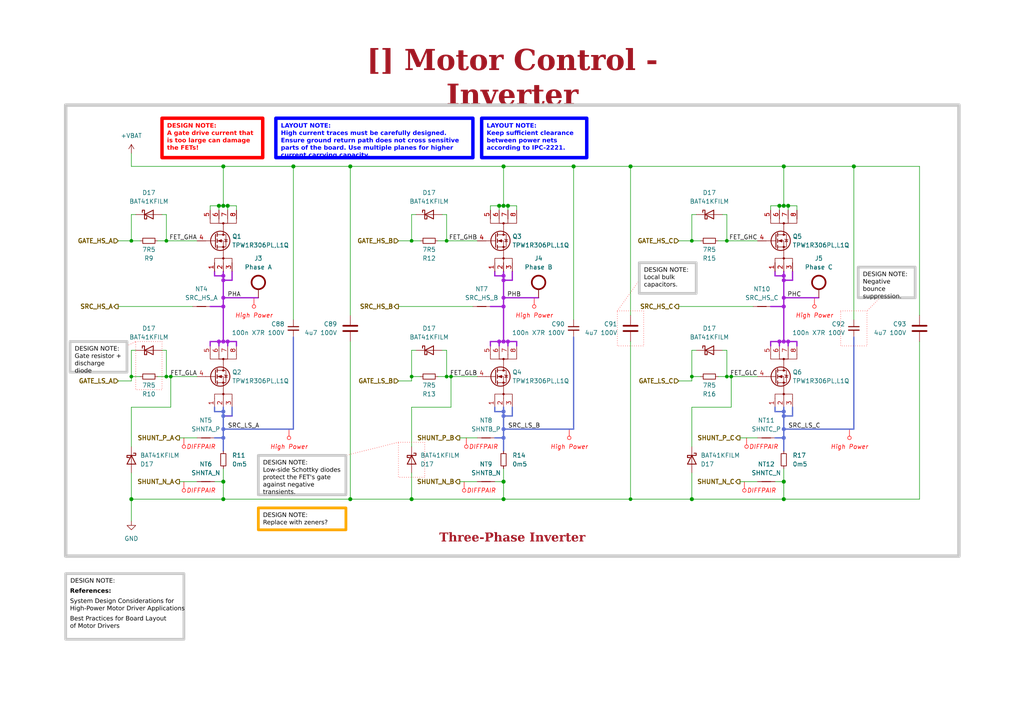
<source format=kicad_sch>
(kicad_sch (version 20230121) (generator eeschema)
  (paper "A4")
  (title_block (title "Motor Control - Inverter") (date "2023-10-18") (rev "${REVISION}") (company "${COMPANY}") (comment 3 "Author: ${AUTHOR}"))
  (lib_symbols
    (symbol "0_connectors:Solder Pad" (pin_numbers hide) (pin_names (offset 0.762) hide)
      (property "Reference" "J" (at 0 10.795 0))
      (property "Value" "Solder Pad" (at 0 8.255 0))
      (symbol "Solder Pad_1_1"
        (circle (center 0 4.445) (radius 1.9716) (stroke (width 0.5)))
        (pin passive line (at 0 0 90) (length 2.54) (name "1") (number "1"))
      )
    )
    (symbol "0_power_symbols:+VBAT" (power) (pin_names (offset 0))
      (property "Value" "+VBAT" (at 0 3.556 0))
      (symbol "+VBAT_0_1"
        (polyline (pts (xy -0.762 1.27) (xy 0 2.54)))
        (polyline (pts (xy 0 0) (xy 0 2.54)))
        (polyline (pts (xy 0 2.54) (xy 0.762 1.27)))
      )
      (symbol "+VBAT_1_1"
        (pin power_in line (at 0 0 90) (length 0) hide (name "+VBAT") (number "1"))
      )
    )
    (symbol "0_transistor_fet:TPW1R306PL,L1Q" (pin_names hide)
      (property "Reference" "Q" (at 5.08 1.905 0))
      (property "Value" "TPW1R306PL,L1Q" (at 5.08 0 0))
      (symbol "TPW1R306PL,L1Q_0_1"
        (polyline (pts (xy 0.254 0) (xy -2.54 0)))
        (polyline (pts (xy 0.254 1.905) (xy 0.254 -1.905)) (stroke (width 0.254)))
        (polyline (pts (xy 0.762 -1.27) (xy 0.762 -2.286)) (stroke (width 0.254)))
        (polyline (pts (xy 0.762 0.508) (xy 0.762 -0.508)) (stroke (width 0.254)))
        (polyline (pts (xy 0.762 2.286) (xy 0.762 1.27)) (stroke (width 0.254)))
        (polyline (pts (xy 2.54 -6.35) (xy 2.54 -2.54)))
        (polyline (pts (xy 2.54 2.54) (xy 2.54 1.778)))
        (polyline (pts (xy 2.54 2.54) (xy 2.54 5.08)))
        (polyline (pts (xy 2.54 -2.54) (xy 2.54 0) (xy 0.762 0)))
        (polyline (pts (xy -1.27 6.35) (xy -1.27 5.08) (xy 3.81 5.08) (xy 3.81 6.35)))
        (polyline (pts (xy 0.762 -1.778) (xy 3.302 -1.778) (xy 3.302 1.778) (xy 0.762 1.778)))
        (polyline (pts (xy 1.016 0) (xy 2.032 0.381) (xy 2.032 -0.381) (xy 1.016 0)) (fill (type outline)))
        (polyline (pts (xy 1.27 6.35) (xy 1.27 5.08) (xy 6.35 5.08) (xy 6.35 6.35)))
        (polyline (pts (xy 2.794 0.508) (xy 2.921 0.381) (xy 3.683 0.381) (xy 3.81 0.254)))
        (polyline (pts (xy 3.302 0.381) (xy 2.921 -0.254) (xy 3.683 -0.254) (xy 3.302 0.381)))
        (polyline (pts (xy 5.08 -6.35) (xy 5.08 -5.08) (xy 0 -5.08) (xy 0 -6.35)))
        (circle (center 1.651 0) (radius 2.794) (stroke (width 0.254)))
        (circle (center 2.54 -5.08) (radius 0.254) (fill (type outline)))
        (circle (center 2.54 -1.778) (radius 0.254) (fill (type outline)))
        (circle (center 2.54 1.778) (radius 0.254) (fill (type outline)))
        (circle (center 2.54 5.08) (radius 0.254) (fill (type outline)))
      )
      (symbol "TPW1R306PL,L1Q_1_1"
        (pin passive line (at 0 -8.89 90) (length 2.54) (name "S") (number "1"))
        (pin passive line (at 2.54 -8.89 90) (length 2.54) (name "S") (number "2"))
        (pin passive line (at 5.08 -8.89 90) (length 2.54) (name "S") (number "3"))
        (pin input line (at -5.08 0 0) (length 2.54) (name "G") (number "4"))
        (pin passive line (at -1.27 8.89 270) (length 2.54) (name "D") (number "5"))
        (pin passive line (at 1.27 8.89 270) (length 2.54) (name "D") (number "6"))
        (pin passive line (at 3.81 8.89 270) (length 2.54) (name "D") (number "7"))
        (pin passive line (at 6.35 8.89 270) (length 2.54) (name "D") (number "8"))
      )
    )
    (symbol "BAT41KFILM_1" (pin_numbers hide) (pin_names (offset 1.016) hide)
      (property "Reference" "D" (at 0 2.54 0))
      (property "Value" "BAT41KFILM" (at 0 -2.54 0))
      (symbol "BAT41KFILM_1_0_1"
        (polyline (pts (xy 1.27 0) (xy -1.27 0)))
        (polyline (pts (xy 1.27 1.27) (xy 1.27 -1.27) (xy -1.27 0) (xy 1.27 1.27)) (stroke (width 0.254)))
        (polyline (pts (xy -1.905 0.635) (xy -1.905 1.27) (xy -1.27 1.27) (xy -1.27 -1.27) (xy -0.635 -1.27) (xy -0.635 -0.635)) (stroke (width 0.254)))
      )
      (symbol "BAT41KFILM_1_1_1"
        (pin passive line (at -3.81 0 0) (length 2.54) (name "K") (number "1"))
        (pin passive line (at 3.81 0 180) (length 2.54) (name "A") (number "2"))
      )
    )
    (symbol "Device:C" (pin_numbers hide) (pin_names (offset 0.254))
      (property "Reference" "C" (at 0.635 2.54 0))
      (property "Value" "C" (at 0.635 -2.54 0))
      (symbol "C_0_1"
        (polyline (pts (xy -2.032 -0.762) (xy 2.032 -0.762)) (stroke (width 0.508)))
        (polyline (pts (xy -2.032 0.762) (xy 2.032 0.762)) (stroke (width 0.508)))
      )
      (symbol "C_1_1"
        (pin passive line (at 0 3.81 270) (length 2.794) (name "~") (number "1"))
        (pin passive line (at 0 -3.81 90) (length 2.794) (name "~") (number "2"))
      )
    )
    (symbol "Device:C_Small" (pin_numbers hide) (pin_names (offset 0.254) hide)
      (property "Reference" "C" (at 0.254 1.778 0))
      (property "Value" "C_Small" (at 0.254 -2.032 0))
      (symbol "C_Small_0_1"
        (polyline (pts (xy -1.524 -0.508) (xy 1.524 -0.508)) (stroke (width 0.3302)))
        (polyline (pts (xy -1.524 0.508) (xy 1.524 0.508)) (stroke (width 0.3048)))
      )
      (symbol "C_Small_1_1"
        (pin passive line (at 0 2.54 270) (length 2.032) (name "~") (number "1"))
        (pin passive line (at 0 -2.54 90) (length 2.032) (name "~") (number "2"))
      )
    )
    (symbol "Device:NetTie_2" (pin_numbers hide) (pin_names (offset 0) hide) (in_bom no)
      (property "Reference" "NT" (at 0 1.27 0))
      (property "Value" "NetTie_2" (at 0 -1.27 0))
      (symbol "NetTie_2_0_1"
        (polyline (pts (xy -1.27 0) (xy 1.27 0)) (stroke (width 0.254)))
      )
      (symbol "NetTie_2_1_1"
        (pin passive line (at -2.54 0 0) (length 2.54) (name "1") (number "1"))
        (pin passive line (at 2.54 0 180) (length 2.54) (name "2") (number "2"))
      )
    )
    (symbol "Device:R_Small" (pin_numbers hide) (pin_names (offset 0.254) hide)
      (property "Reference" "R" (at 0.762 0.508 0))
      (property "Value" "R_Small" (at 0.762 -1.016 0))
      (symbol "R_Small_0_1"
        (rectangle (start -0.762 1.778) (end 0.762 -1.778) (stroke (width 0.2032)))
      )
      (symbol "R_Small_1_1"
        (pin passive line (at 0 2.54 270) (length 0.762) (name "~") (number "1"))
        (pin passive line (at 0 -2.54 90) (length 0.762) (name "~") (number "2"))
      )
    )
    (symbol "power:GND" (power) (pin_names (offset 0))
      (property "Value" "GND" (at 0 -3.81 0))
      (symbol "GND_0_1"
        (polyline (pts (xy 0 0) (xy 0 -1.27) (xy 1.27 -1.27) (xy 0 -2.54) (xy -1.27 -1.27) (xy 0 -1.27)))
      )
      (symbol "GND_1_1"
        (pin power_in line (at 0 0 270) (length 0) hide (name "GND") (number "1"))
      )
    )
  )
  (junction (at 146.05 88.9) (diameter 1.016) (color 160 30 210 1))
  (junction (at 147.32 59.69) (diameter 1.016))
  (junction (at 129.54 109.22))
  (junction (at 227.33 124.46) (diameter 1.016) (color 90 110 210 1))
  (junction (at 119.38 109.22))
  (junction (at 182.88 144.78))
  (junction (at 227.33 127) (diameter 1.016) (color 90 110 210 1))
  (junction (at 119.38 144.78) (diameter 1.016))
  (junction (at 227.33 48.26) (diameter 1.016))
  (junction (at 228.6 99.06) (diameter 1.016) (color 160 30 210 1))
  (junction (at 182.88 48.26) (diameter 1.016))
  (junction (at 146.05 139.7) (diameter 1.016))
  (junction (at 146.05 86.36) (diameter 1.016) (color 160 30 210 1))
  (junction (at 146.05 59.69) (diameter 1.016))
  (junction (at 166.37 48.26) (diameter 1.016))
  (junction (at 146.05 119.38) (diameter 1.016) (color 90 110 210 1))
  (junction (at 212.09 109.22))
  (junction (at 66.04 59.69) (diameter 1.016))
  (junction (at 38.1 69.85))
  (junction (at 48.26 109.22))
  (junction (at 64.77 59.69) (diameter 1.016))
  (junction (at 48.26 69.85))
  (junction (at 247.65 48.26) (diameter 1.016))
  (junction (at 228.6 59.69) (diameter 1.016))
  (junction (at 227.33 139.7) (diameter 1.016))
  (junction (at 64.77 120.65) (diameter 1.016) (color 90 110 210 1))
  (junction (at 63.5 59.69) (diameter 1.016))
  (junction (at 85.09 48.26) (diameter 1.016))
  (junction (at 227.33 86.36) (diameter 1.016) (color 160 30 210 1))
  (junction (at 146.05 81.28) (diameter 1.016) (color 160 30 210 1))
  (junction (at 227.33 80.01) (diameter 1.016) (color 160 30 210 1))
  (junction (at 129.54 69.85))
  (junction (at 101.6 48.26) (diameter 1.016))
  (junction (at 210.82 69.85))
  (junction (at 210.82 109.22))
  (junction (at 63.5 99.06) (diameter 1.016) (color 160 30 210 1))
  (junction (at 200.66 144.78) (diameter 1.016))
  (junction (at 64.77 86.36) (diameter 1.016) (color 160 30 210 1))
  (junction (at 64.77 99.06) (diameter 1.016) (color 160 30 210 1))
  (junction (at 200.66 109.22))
  (junction (at 130.81 109.22))
  (junction (at 64.77 48.26) (diameter 1.016))
  (junction (at 38.1 109.22))
  (junction (at 227.33 99.06) (diameter 1.016) (color 160 30 210 1))
  (junction (at 64.77 88.9) (diameter 1.016) (color 160 30 210 1))
  (junction (at 64.77 139.7) (diameter 1.016))
  (junction (at 146.05 144.78) (diameter 1.016))
  (junction (at 146.05 120.65) (diameter 1.016) (color 90 110 210 1))
  (junction (at 64.77 124.46) (diameter 1.016) (color 90 110 210 1))
  (junction (at 64.77 144.78) (diameter 1.016))
  (junction (at 49.53 109.22))
  (junction (at 64.77 81.28) (diameter 1.016) (color 160 30 210 1))
  (junction (at 144.78 99.06) (diameter 1.016) (color 160 30 210 1))
  (junction (at 146.05 124.46) (diameter 1.016) (color 90 110 210 1))
  (junction (at 227.33 119.38) (diameter 1.016) (color 90 110 210 1))
  (junction (at 101.6 144.78) (diameter 1.016))
  (junction (at 146.05 48.26) (diameter 1.016))
  (junction (at 144.78 59.69) (diameter 1.016))
  (junction (at 119.38 69.85))
  (junction (at 64.77 127) (diameter 1.016) (color 90 110 210 1))
  (junction (at 227.33 120.65) (diameter 1.016) (color 90 110 210 1))
  (junction (at 227.33 81.28) (diameter 1.016) (color 160 30 210 1))
  (junction (at 146.05 80.01) (diameter 1.016) (color 160 30 210 1))
  (junction (at 64.77 80.01) (diameter 1.016) (color 160 30 210 1))
  (junction (at 227.33 144.78) (diameter 1.016))
  (junction (at 146.05 127) (diameter 1.016) (color 90 110 210 1))
  (junction (at 200.66 69.85))
  (junction (at 38.1 144.78) (diameter 1.016))
  (junction (at 227.33 88.9) (diameter 1.016) (color 160 30 210 1))
  (junction (at 226.06 99.06) (diameter 1.016) (color 160 30 210 1))
  (junction (at 64.77 119.38) (diameter 1.016) (color 90 110 210 1))
  (junction (at 147.32 99.06) (diameter 1.016) (color 160 30 210 1))
  (junction (at 146.05 99.06) (diameter 1.016) (color 160 30 210 1))
  (junction (at 66.04 99.06) (diameter 1.016) (color 160 30 210 1))
  (junction (at 227.33 59.69) (diameter 1.016))
  (junction (at 226.06 59.69) (diameter 1.016))
  (wire (pts (xy 67.31 120.65) (xy 64.77 120.65)) (stroke (width 0.381) (color 100 70 210 1)))
  (wire (pts (xy 68.58 99.06) (xy 66.04 99.06)) (stroke (width 0.381) (color 160 30 210 1)))
  (wire (pts (xy 144.78 59.69) (xy 146.05 59.69)))
  (wire (pts (xy 227.33 119.38) (xy 227.33 120.65)) (stroke (width 0.381) (color 90 110 210 1)))
  (wire (pts (xy 62.23 139.7) (xy 64.77 139.7)))
  (wire (pts (xy 66.04 59.69) (xy 68.58 59.69)))
  (wire (pts (xy 247.65 124.46) (xy 227.33 124.46)) (stroke (width 0.381) (color 90 110 210 1)))
  (wire (pts (xy 223.52 99.06) (xy 223.52 100.33)) (stroke (width 0.381) (color 160 30 210 1)))
  (wire (pts (xy 39.37 62.23) (xy 38.1 62.23)))
  (wire (pts (xy 146.05 144.78) (xy 182.88 144.78)))
  (wire (pts (xy 146.05 81.28) (xy 146.05 86.36)) (stroke (width 0.381) (color 160 30 210 1)))
  (wire (pts (xy 227.33 88.9) (xy 227.33 99.06)) (stroke (width 0.381) (color 160 30 210 1)))
  (wire (pts (xy 64.77 88.9) (xy 64.77 99.06)) (stroke (width 0.381) (color 160 30 210 1)))
  (wire (pts (xy 39.37 101.6) (xy 38.1 101.6)))
  (wire (pts (xy 182.88 48.26) (xy 227.33 48.26)))
  (wire (pts (xy 209.55 101.6) (xy 210.82 101.6)))
  (wire (pts (xy 129.54 109.22) (xy 130.81 109.22)))
  (wire (pts (xy 129.54 69.85) (xy 127 69.85)))
  (wire (pts (xy 85.09 48.26) (xy 101.6 48.26)))
  (wire (pts (xy 64.77 144.78) (xy 101.6 144.78)))
  (wire (pts (xy 226.06 59.69) (xy 226.06 60.96)))
  (wire (pts (xy 146.05 59.69) (xy 147.32 59.69)))
  (wire (pts (xy 200.66 144.78) (xy 227.33 144.78)))
  (wire (pts (xy 149.86 100.33) (xy 149.86 99.06)) (stroke (width 0.381) (color 160 30 210 1)))
  (wire (pts (xy 166.37 124.46) (xy 146.05 124.46)) (stroke (width 0.381) (color 90 110 210 1)))
  (wire (pts (xy 38.1 109.22) (xy 40.64 109.22)))
  (wire (pts (xy 182.88 99.06) (xy 182.88 144.78)))
  (wire (pts (xy 48.26 101.6) (xy 48.26 109.22)))
  (wire (pts (xy 120.65 101.6) (xy 119.38 101.6)))
  (wire (pts (xy 224.79 80.01) (xy 227.33 80.01)) (stroke (width 0.381) (color 160 30 210 1)))
  (wire (pts (xy 146.05 80.01) (xy 146.05 78.74)) (stroke (width 0.381) (color 160 30 210 1)))
  (wire (pts (xy 147.32 99.06) (xy 146.05 99.06)) (stroke (width 0.381) (color 160 30 210 1)))
  (wire (pts (xy 200.66 118.11) (xy 212.09 118.11)))
  (wire (pts (xy 128.27 62.23) (xy 129.54 62.23)))
  (wire (pts (xy 200.66 109.22) (xy 203.2 109.22)))
  (wire (pts (xy 119.38 118.11) (xy 130.81 118.11)))
  (wire (pts (xy 146.05 118.11) (xy 146.05 119.38)) (stroke (width 0.381) (color 90 110 210 1)))
  (wire (pts (xy 66.04 59.69) (xy 66.04 60.96)))
  (wire (pts (xy 228.6 59.69) (xy 231.14 59.69)))
  (wire (pts (xy 146.05 86.36) (xy 146.05 88.9)) (stroke (width 0.381) (color 160 30 210 1)))
  (wire (pts (xy 129.54 101.6) (xy 129.54 109.22)))
  (wire (pts (xy 226.06 99.06) (xy 226.06 100.33)) (stroke (width 0.381) (color 160 30 210 1)))
  (wire (pts (xy 52.07 127) (xy 57.15 127)))
  (polyline (pts (xy 255.27 86.36) (xy 251.46 90.17)) (stroke (width 0) (type dot) (color 255 0 0 1)))
  (wire (pts (xy 210.82 69.85) (xy 219.71 69.85)))
  (wire (pts (xy 201.93 101.6) (xy 200.66 101.6)))
  (wire (pts (xy 119.38 69.85) (xy 121.92 69.85)))
  (wire (pts (xy 38.1 69.85) (xy 40.64 69.85)))
  (wire (pts (xy 200.66 129.54) (xy 200.66 118.11)))
  (wire (pts (xy 147.32 99.06) (xy 147.32 100.33)) (stroke (width 0.381) (color 160 30 210 1)))
  (wire (pts (xy 144.78 59.69) (xy 144.78 60.96)))
  (polyline (pts (xy 115.57 128.27) (xy 100.33 132.08)) (stroke (width 0) (type dot) (color 255 0 0 1)))
  (wire (pts (xy 119.38 144.78) (xy 146.05 144.78)))
  (wire (pts (xy 228.6 99.06) (xy 228.6 100.33)) (stroke (width 0.381) (color 160 30 210 1)))
  (wire (pts (xy 196.85 88.9) (xy 218.44 88.9)))
  (wire (pts (xy 148.59 81.28) (xy 146.05 81.28)) (stroke (width 0.381) (color 160 30 210 1)))
  (wire (pts (xy 115.57 69.85) (xy 119.38 69.85)))
  (wire (pts (xy 120.65 62.23) (xy 119.38 62.23)))
  (wire (pts (xy 64.77 118.11) (xy 64.77 119.38)) (stroke (width 0.381) (color 90 110 210 1)))
  (wire (pts (xy 200.66 101.6) (xy 200.66 109.22)))
  (wire (pts (xy 63.5 99.06) (xy 60.96 99.06)) (stroke (width 0.381) (color 160 30 210 1)))
  (wire (pts (xy 148.59 78.74) (xy 148.59 81.28)) (stroke (width 0.381) (color 160 30 210 1)))
  (wire (pts (xy 130.81 109.22) (xy 138.43 109.22)))
  (wire (pts (xy 38.1 137.16) (xy 38.1 144.78)))
  (wire (pts (xy 115.57 110.49) (xy 119.38 110.49)))
  (wire (pts (xy 200.66 69.85) (xy 203.2 69.85)))
  (wire (pts (xy 64.77 86.36) (xy 74.93 86.36)) (stroke (width 0.381) (color 160 30 210 1)))
  (wire (pts (xy 146.05 139.7) (xy 146.05 135.89)))
  (wire (pts (xy 231.14 100.33) (xy 231.14 99.06)) (stroke (width 0.381) (color 160 30 210 1)))
  (wire (pts (xy 143.51 118.11) (xy 143.51 119.38)) (stroke (width 0.381) (color 90 110 210 1)))
  (wire (pts (xy 38.1 44.45) (xy 38.1 48.26)))
  (wire (pts (xy 227.33 127) (xy 227.33 130.81)) (stroke (width 0.381) (color 90 110 210 1)))
  (wire (pts (xy 64.77 120.65) (xy 64.77 124.46)) (stroke (width 0.381) (color 90 110 210 1)))
  (wire (pts (xy 64.77 139.7) (xy 64.77 135.89)))
  (wire (pts (xy 38.1 144.78) (xy 64.77 144.78)))
  (wire (pts (xy 224.79 127) (xy 227.33 127)) (stroke (width 0.381) (color 90 110 210 1)))
  (wire (pts (xy 101.6 144.78) (xy 119.38 144.78)))
  (wire (pts (xy 146.05 144.78) (xy 146.05 139.7)))
  (wire (pts (xy 62.23 118.11) (xy 62.23 119.38)) (stroke (width 0.381) (color 90 110 210 1)))
  (wire (pts (xy 146.05 86.36) (xy 156.21 86.36)) (stroke (width 0.381) (color 160 30 210 1)))
  (wire (pts (xy 166.37 48.26) (xy 182.88 48.26)))
  (wire (pts (xy 146.05 120.65) (xy 146.05 124.46)) (stroke (width 0.381) (color 90 110 210 1)))
  (wire (pts (xy 227.33 81.28) (xy 227.33 86.36)) (stroke (width 0.381) (color 160 30 210 1)))
  (wire (pts (xy 148.59 118.11) (xy 148.59 120.65)) (stroke (width 0.381) (color 90 110 210 1)))
  (wire (pts (xy 224.79 78.74) (xy 224.79 80.01)) (stroke (width 0.381) (color 160 30 210 1)))
  (wire (pts (xy 227.33 86.36) (xy 237.49 86.36)) (stroke (width 0.381) (color 160 30 210 1)))
  (wire (pts (xy 223.52 59.69) (xy 226.06 59.69)))
  (wire (pts (xy 200.66 62.23) (xy 200.66 69.85)))
  (wire (pts (xy 142.24 99.06) (xy 142.24 100.33)) (stroke (width 0.381) (color 160 30 210 1)))
  (wire (pts (xy 64.77 127) (xy 64.77 130.81)) (stroke (width 0.381) (color 90 110 210 1)))
  (wire (pts (xy 129.54 109.22) (xy 127 109.22)))
  (wire (pts (xy 182.88 48.26) (xy 182.88 91.44)))
  (wire (pts (xy 34.29 88.9) (xy 55.88 88.9)))
  (wire (pts (xy 210.82 101.6) (xy 210.82 109.22)))
  (wire (pts (xy 200.66 110.49) (xy 200.66 109.22)))
  (wire (pts (xy 101.6 99.06) (xy 101.6 144.78)))
  (polyline (pts (xy 36.83 100.33) (xy 39.37 99.06)) (stroke (width 0) (type dot) (color 255 0 0 1)))
  (wire (pts (xy 48.26 109.22) (xy 49.53 109.22)))
  (wire (pts (xy 227.33 139.7) (xy 227.33 135.89)))
  (wire (pts (xy 119.38 129.54) (xy 119.38 118.11)))
  (wire (pts (xy 144.78 99.06) (xy 144.78 100.33)) (stroke (width 0.381) (color 160 30 210 1)))
  (wire (pts (xy 67.31 118.11) (xy 67.31 120.65)) (stroke (width 0.381) (color 90 110 210 1)))
  (wire (pts (xy 62.23 80.01) (xy 64.77 80.01)) (stroke (width 0.381) (color 160 30 210 1)))
  (wire (pts (xy 133.35 127) (xy 138.43 127)))
  (wire (pts (xy 214.63 127) (xy 219.71 127)))
  (wire (pts (xy 38.1 144.78) (xy 38.1 151.13)))
  (wire (pts (xy 227.33 80.01) (xy 227.33 78.74)) (stroke (width 0.381) (color 160 30 210 1)))
  (wire (pts (xy 63.5 59.69) (xy 64.77 59.69)))
  (wire (pts (xy 64.77 99.06) (xy 63.5 99.06)) (stroke (width 0.381) (color 160 30 210 1)))
  (wire (pts (xy 48.26 69.85) (xy 45.72 69.85)))
  (wire (pts (xy 101.6 48.26) (xy 146.05 48.26)))
  (wire (pts (xy 227.33 99.06) (xy 226.06 99.06)) (stroke (width 0.381) (color 160 30 210 1)))
  (wire (pts (xy 166.37 97.79) (xy 166.37 124.46)) (stroke (width 0.381) (color 90 110 210 1)))
  (wire (pts (xy 119.38 137.16) (xy 119.38 144.78)))
  (wire (pts (xy 101.6 48.26) (xy 101.6 91.44)))
  (wire (pts (xy 119.38 110.49) (xy 119.38 109.22)))
  (wire (pts (xy 38.1 129.54) (xy 38.1 118.11)))
  (wire (pts (xy 60.96 60.96) (xy 60.96 59.69)))
  (wire (pts (xy 201.93 62.23) (xy 200.66 62.23)))
  (wire (pts (xy 48.26 109.22) (xy 45.72 109.22)))
  (wire (pts (xy 119.38 101.6) (xy 119.38 109.22)))
  (wire (pts (xy 227.33 144.78) (xy 227.33 139.7)))
  (wire (pts (xy 48.26 69.85) (xy 57.15 69.85)))
  (wire (pts (xy 60.96 59.69) (xy 63.5 59.69)))
  (wire (pts (xy 115.57 88.9) (xy 137.16 88.9)))
  (wire (pts (xy 146.05 48.26) (xy 166.37 48.26)))
  (wire (pts (xy 142.24 60.96) (xy 142.24 59.69)))
  (wire (pts (xy 227.33 59.69) (xy 228.6 59.69)))
  (wire (pts (xy 143.51 139.7) (xy 146.05 139.7)))
  (wire (pts (xy 247.65 48.26) (xy 247.65 92.71)))
  (wire (pts (xy 67.31 78.74) (xy 67.31 81.28)) (stroke (width 0.381) (color 160 30 210 1)))
  (wire (pts (xy 166.37 48.26) (xy 166.37 92.71)))
  (wire (pts (xy 210.82 62.23) (xy 210.82 69.85)))
  (wire (pts (xy 266.7 48.26) (xy 266.7 91.44)))
  (wire (pts (xy 129.54 62.23) (xy 129.54 69.85)))
  (wire (pts (xy 119.38 109.22) (xy 121.92 109.22)))
  (wire (pts (xy 128.27 101.6) (xy 129.54 101.6)))
  (wire (pts (xy 212.09 109.22) (xy 219.71 109.22)))
  (wire (pts (xy 85.09 48.26) (xy 85.09 92.71)))
  (wire (pts (xy 38.1 110.49) (xy 38.1 109.22)))
  (wire (pts (xy 142.24 88.9) (xy 146.05 88.9)) (stroke (width 0.381) (color 160 30 210 1)))
  (wire (pts (xy 52.07 139.7) (xy 57.15 139.7)))
  (wire (pts (xy 214.63 139.7) (xy 219.71 139.7)))
  (wire (pts (xy 64.77 124.46) (xy 64.77 127)) (stroke (width 0.381) (color 90 110 210 1)))
  (wire (pts (xy 66.04 99.06) (xy 66.04 100.33)) (stroke (width 0.381) (color 160 30 210 1)))
  (wire (pts (xy 143.51 78.74) (xy 143.51 80.01)) (stroke (width 0.381) (color 160 30 210 1)))
  (wire (pts (xy 224.79 118.11) (xy 224.79 119.38)) (stroke (width 0.381) (color 90 110 210 1)))
  (wire (pts (xy 85.09 97.79) (xy 85.09 124.46)) (stroke (width 0.381) (color 90 110 210 1)))
  (wire (pts (xy 227.33 48.26) (xy 227.33 59.69)))
  (wire (pts (xy 130.81 118.11) (xy 130.81 109.22)))
  (wire (pts (xy 223.52 60.96) (xy 223.52 59.69)))
  (wire (pts (xy 210.82 69.85) (xy 208.28 69.85)))
  (wire (pts (xy 68.58 59.69) (xy 68.58 60.96)))
  (wire (pts (xy 231.14 59.69) (xy 231.14 60.96)))
  (wire (pts (xy 38.1 62.23) (xy 38.1 69.85)))
  (wire (pts (xy 210.82 109.22) (xy 208.28 109.22)))
  (wire (pts (xy 62.23 119.38) (xy 64.77 119.38)) (stroke (width 0.381) (color 90 110 210 1)))
  (wire (pts (xy 146.05 99.06) (xy 144.78 99.06)) (stroke (width 0.381) (color 160 30 210 1)))
  (wire (pts (xy 143.51 119.38) (xy 146.05 119.38)) (stroke (width 0.381) (color 90 110 210 1)))
  (wire (pts (xy 226.06 99.06) (xy 223.52 99.06)) (stroke (width 0.381) (color 160 30 210 1)))
  (wire (pts (xy 229.87 118.11) (xy 229.87 120.65)) (stroke (width 0.381) (color 90 110 210 1)))
  (wire (pts (xy 64.77 119.38) (xy 64.77 120.65)) (stroke (width 0.381) (color 90 110 210 1)))
  (wire (pts (xy 247.65 48.26) (xy 266.7 48.26)))
  (wire (pts (xy 46.99 62.23) (xy 48.26 62.23)))
  (wire (pts (xy 119.38 62.23) (xy 119.38 69.85)))
  (wire (pts (xy 64.77 80.01) (xy 64.77 81.28)) (stroke (width 0.381) (color 160 30 210 1)))
  (wire (pts (xy 143.51 80.01) (xy 146.05 80.01)) (stroke (width 0.381) (color 160 30 210 1)))
  (wire (pts (xy 49.53 118.11) (xy 49.53 109.22)))
  (wire (pts (xy 224.79 119.38) (xy 227.33 119.38)) (stroke (width 0.381) (color 90 110 210 1)))
  (wire (pts (xy 48.26 62.23) (xy 48.26 69.85)))
  (wire (pts (xy 146.05 124.46) (xy 146.05 127)) (stroke (width 0.381) (color 90 110 210 1)))
  (wire (pts (xy 146.05 119.38) (xy 146.05 120.65)) (stroke (width 0.381) (color 90 110 210 1)))
  (wire (pts (xy 64.77 48.26) (xy 64.77 59.69)))
  (wire (pts (xy 67.31 81.28) (xy 64.77 81.28)) (stroke (width 0.381) (color 160 30 210 1)))
  (wire (pts (xy 266.7 99.06) (xy 266.7 144.78)))
  (wire (pts (xy 38.1 101.6) (xy 38.1 109.22)))
  (wire (pts (xy 212.09 118.11) (xy 212.09 109.22)))
  (wire (pts (xy 231.14 99.06) (xy 228.6 99.06)) (stroke (width 0.381) (color 160 30 210 1)))
  (wire (pts (xy 226.06 59.69) (xy 227.33 59.69)))
  (wire (pts (xy 182.88 144.78) (xy 200.66 144.78)))
  (wire (pts (xy 144.78 99.06) (xy 142.24 99.06)) (stroke (width 0.381) (color 160 30 210 1)))
  (wire (pts (xy 228.6 99.06) (xy 227.33 99.06)) (stroke (width 0.381) (color 160 30 210 1)))
  (wire (pts (xy 64.77 81.28) (xy 64.77 86.36)) (stroke (width 0.381) (color 160 30 210 1)))
  (wire (pts (xy 62.23 127) (xy 64.77 127)) (stroke (width 0.381) (color 90 110 210 1)))
  (wire (pts (xy 64.77 144.78) (xy 64.77 139.7)))
  (wire (pts (xy 227.33 144.78) (xy 266.7 144.78)))
  (wire (pts (xy 149.86 59.69) (xy 149.86 60.96)))
  (wire (pts (xy 223.52 88.9) (xy 227.33 88.9)) (stroke (width 0.381) (color 160 30 210 1)))
  (wire (pts (xy 85.09 124.46) (xy 64.77 124.46)) (stroke (width 0.381) (color 90 110 210 1)))
  (wire (pts (xy 227.33 86.36) (xy 227.33 88.9)) (stroke (width 0.381) (color 160 30 210 1)))
  (wire (pts (xy 229.87 78.74) (xy 229.87 81.28)) (stroke (width 0.381) (color 160 30 210 1)))
  (wire (pts (xy 247.65 97.79) (xy 247.65 124.46)) (stroke (width 0.381) (color 90 110 210 1)))
  (wire (pts (xy 227.33 80.01) (xy 227.33 81.28)) (stroke (width 0.381) (color 160 30 210 1)))
  (wire (pts (xy 64.77 59.69) (xy 66.04 59.69)))
  (wire (pts (xy 227.33 118.11) (xy 227.33 119.38)) (stroke (width 0.381) (color 90 110 210 1)))
  (wire (pts (xy 63.5 59.69) (xy 63.5 60.96)))
  (wire (pts (xy 34.29 69.85) (xy 38.1 69.85)))
  (wire (pts (xy 64.77 80.01) (xy 64.77 78.74)) (stroke (width 0.381) (color 160 30 210 1)))
  (wire (pts (xy 147.32 59.69) (xy 149.86 59.69)))
  (wire (pts (xy 142.24 59.69) (xy 144.78 59.69)))
  (wire (pts (xy 60.96 99.06) (xy 60.96 100.33)) (stroke (width 0.381) (color 160 30 210 1)))
  (wire (pts (xy 38.1 118.11) (xy 49.53 118.11)))
  (wire (pts (xy 147.32 59.69) (xy 147.32 60.96)))
  (wire (pts (xy 196.85 69.85) (xy 200.66 69.85)))
  (wire (pts (xy 49.53 109.22) (xy 57.15 109.22)))
  (wire (pts (xy 143.51 127) (xy 146.05 127)) (stroke (width 0.381) (color 90 110 210 1)))
  (wire (pts (xy 68.58 100.33) (xy 68.58 99.06)) (stroke (width 0.381) (color 160 30 210 1)))
  (wire (pts (xy 196.85 110.49) (xy 200.66 110.49)))
  (wire (pts (xy 46.99 101.6) (xy 48.26 101.6)))
  (wire (pts (xy 200.66 137.16) (xy 200.66 144.78)))
  (wire (pts (xy 227.33 48.26) (xy 247.65 48.26)))
  (wire (pts (xy 129.54 69.85) (xy 138.43 69.85)))
  (wire (pts (xy 209.55 62.23) (xy 210.82 62.23)))
  (wire (pts (xy 149.86 99.06) (xy 147.32 99.06)) (stroke (width 0.381) (color 160 30 210 1)))
  (wire (pts (xy 146.05 88.9) (xy 146.05 99.06)) (stroke (width 0.381) (color 160 30 210 1)))
  (polyline (pts (xy 185.42 81.28) (xy 179.07 90.17)) (stroke (width 0) (type dot) (color 255 0 0 1)))
  (wire (pts (xy 64.77 48.26) (xy 85.09 48.26)))
  (wire (pts (xy 146.05 48.26) (xy 146.05 59.69)))
  (wire (pts (xy 146.05 80.01) (xy 146.05 81.28)) (stroke (width 0.381) (color 160 30 210 1)))
  (wire (pts (xy 34.29 110.49) (xy 38.1 110.49)))
  (wire (pts (xy 224.79 139.7) (xy 227.33 139.7)))
  (wire (pts (xy 38.1 48.26) (xy 64.77 48.26)))
  (wire (pts (xy 229.87 120.65) (xy 227.33 120.65)) (stroke (width 0.381) (color 90 110 210 1)))
  (wire (pts (xy 66.04 99.06) (xy 64.77 99.06)) (stroke (width 0.381) (color 160 30 210 1)))
  (wire (pts (xy 64.77 86.36) (xy 64.77 88.9)) (stroke (width 0.381) (color 160 30 210 1)))
  (wire (pts (xy 210.82 109.22) (xy 212.09 109.22)))
  (wire (pts (xy 60.96 88.9) (xy 64.77 88.9)) (stroke (width 0.381) (color 160 30 210 1)))
  (wire (pts (xy 228.6 59.69) (xy 228.6 60.96)))
  (wire (pts (xy 133.35 139.7) (xy 138.43 139.7)))
  (wire (pts (xy 148.59 120.65) (xy 146.05 120.65)) (stroke (width 0.381) (color 90 110 210 1)))
  (wire (pts (xy 146.05 127) (xy 146.05 130.81)) (stroke (width 0.381) (color 90 110 210 1)))
  (wire (pts (xy 63.5 99.06) (xy 63.5 100.33)) (stroke (width 0.381) (color 160 30 210 1)))
  (wire (pts (xy 62.23 78.74) (xy 62.23 80.01)) (stroke (width 0.381) (color 160 30 210 1)))
  (wire (pts (xy 227.33 120.65) (xy 227.33 124.46)) (stroke (width 0.381) (color 90 110 210 1)))
  (wire (pts (xy 227.33 124.46) (xy 227.33 127)) (stroke (width 0.381) (color 90 110 210 1)))
  (wire (pts (xy 229.87 81.28) (xy 227.33 81.28)) (stroke (width 0.381) (color 160 30 210 1)))
  (rectangle (start 243.84 90.17) (end 251.46 100.33) (stroke (width 0) (type dot) (color 255 0 0 1)))
  (rectangle (start 39.37 99.06) (end 46.99 113.03) (stroke (width 0) (type dot) (color 255 0 0 1)))
  (rectangle (start 19.05 30.48) (end 278.13 161.29) (stroke (width 1) (color 200 200 200 1)))
  (rectangle (start 115.57 128.27) (end 123.19 138.43) (stroke (width 0) (type dot) (color 255 0 0 1)))
  (rectangle (start 179.07 90.17) (end 186.69 100.33) (stroke (width 0) (type dot) (color 255 0 0 1)))
  (text_box "DESIGN NOTE:\nNegative bounce suppression." (at 248.92 77.47 0) (size 16.51 8.89) (stroke (width 0.8) (color 200 200 200 1)) (effects (font (size 1.27 1.27)) (justify left top)))
  (text_box "DESIGN NOTE:\nA gate drive current that is too large can damage the FETs!" (at 46.99 34.29 0) (size 29.21 11.43) (stroke (width 1) (color 255 0 0 1)) (effects (font (size 1.27 1.27) (thickness 0.4) bold) (justify left top)))
  (text_box "DESIGN NOTE:\nLocal bulk capacitors." (at 185.42 76.2 0) (size 16.51 8.89) (stroke (width 0.8) (color 200 200 200 1)) (effects (font (size 1.27 1.27)) (justify left top)))
  (text_box "[${#}] ${TITLE}" (at 87.63 16.51 0) (size 121.92 12.7) (stroke (width -0.0001)) (effects (font (size 6 6) (thickness 1.2) bold)))
  (text_box "LAYOUT NOTE:\nHigh current traces must be carefully designed. Ensure ground return path does not cross sensitive parts of the board. Use multiple planes for higher current carrying capacity." (at 80.01 34.29 0) (size 57.15 11.43) (stroke (width 1) (color 0 0 255 1)) (effects (font (size 1.27 1.27) (thickness 0.4) bold) (justify left top)))
  (text_box "LAYOUT NOTE:\nKeep sufficient clearance between power nets according to IPC-2221." (at 139.7 34.29 0) (size 30.48 11.43) (stroke (width 1) (color 0 0 255 1)) (effects (font (size 1.27 1.27) (thickness 0.4) bold) (justify left top)))
  (text_box "Three-Phase Inverter" (at 20.32 149.86 0) (size 256.54 9.525) (stroke (width -0.0001)) (effects (font (size 2.54 2.54) (thickness 0.508) bold) (justify bottom)))
  (text_box "DESIGN NOTE:\nReplace with zeners?" (at 74.93 147.32 0) (size 25.4 6.35) (stroke (width 0.8) (color 255 165 0 1)) (effects (font (size 1.27 1.27)) (justify left top)))
  (text_box "DESIGN NOTE:\nLow-side Schottky diodes protect the FET's gate against negative transients." (at 74.93 132.08 0) (size 25.4 11.43) (stroke (width 0.8) (color 200 200 200 1)) (effects (font (size 1.27 1.27)) (justify left top)))
  (text_box "DESIGN NOTE:\nGate resistor + discharge diode" (at 20.32 99.06 0) (size 16.51 8.89) (stroke (width 0.8) (color 200 200 200 1)) (effects (font (size 1.27 1.27)) (justify left top)))
  (text_box "DESIGN NOTE:\n" (at 19.05 166.37 0) (size 34.29 19.05) (stroke (width 0.8) (color 200 200 200 1)) (effects (font (size 1.27 1.27)) (justify left top)))
  (text "References:" (at 20.32 172.72 0) (effects (font (size 1.27 1.27) (thickness 0.254) bold) (justify left bottom)))
  (text "Best Practices for Board Layout \nof Motor Drivers" (at 20.32 182.88 0) (effects (font (size 1.27 1.27)) (justify left bottom)))
  (text "System Design Considerations for \nHigh-Power Motor Driver Applications" (at 20.32 177.8 0) (effects (font (size 1.27 1.27)) (justify left bottom)))
  (label "PHB" (at 151.13 86.36 180))
  (label "FET_GHC" (at 219.71 69.85 180))
  (label "FET_GHA" (at 57.15 69.85 180))
  (label "FET_GLB" (at 138.43 109.22 180))
  (label "PHA" (at 69.85 86.36 180))
  (label "SRC_LS_A" (at 66.04 124.46 0))
  (label "SRC_LS_C" (at 228.6 124.46 0))
  (label "PHC" (at 232.41 86.36 180))
  (label "SRC_LS_B" (at 147.32 124.46 0))
  (label "FET_GLA" (at 57.15 109.22 180))
  (label "FET_GHB" (at 138.43 69.85 180))
  (label "FET_GLC" (at 219.71 109.22 180))
  (hierarchical_label "SHUNT_N_C" (shape output) (at 214.63 139.7 180) (effects (font (thickness 0.254) bold)))
  (hierarchical_label "SHUNT_N_A" (shape output) (at 52.07 139.7 180) (effects (font (thickness 0.254) bold)))
  (hierarchical_label "SRC_HS_C" (shape output) (at 196.85 88.9 180) (effects (font (thickness 0.254) bold)))
  (hierarchical_label "GATE_LS_B" (shape input) (at 115.57 110.49 180) (effects (font (thickness 0.254) bold)))
  (hierarchical_label "GATE_HS_C" (shape input) (at 196.85 69.85 180) (effects (font (thickness 0.254) bold)))
  (hierarchical_label "SRC_HS_A" (shape output) (at 34.29 88.9 180) (effects (font (thickness 0.254) bold)))
  (hierarchical_label "SHUNT_P_A" (shape output) (at 52.07 127 180) (effects (font (thickness 0.254) bold)))
  (hierarchical_label "GATE_HS_B" (shape input) (at 115.57 69.85 180) (effects (font (thickness 0.254) bold)))
  (hierarchical_label "SHUNT_P_B" (shape output) (at 133.35 127 180) (effects (font (thickness 0.254) bold)))
  (hierarchical_label "SHUNT_P_C" (shape output) (at 214.63 127 180) (effects (font (thickness 0.254) bold)))
  (hierarchical_label "GATE_LS_C" (shape input) (at 196.85 110.49 180) (effects (font (thickness 0.254) bold)))
  (hierarchical_label "GATE_HS_A" (shape input) (at 34.29 69.85 180) (effects (font (thickness 0.254) bold)))
  (hierarchical_label "GATE_LS_A" (shape input) (at 34.29 110.49 180) (effects (font (thickness 0.254) bold)))
  (hierarchical_label "SRC_HS_B" (shape output) (at 115.57 88.9 180) (effects (font (thickness 0.254) bold)))
  (hierarchical_label "SHUNT_N_B" (shape output) (at 133.35 139.7 180) (effects (font (thickness 0.254) bold)))
  (netclass_flag "" (length 2.54) (shape round) (at 134.62 139.7 180) (property "Kelvin Diff Pair" "DIFFPAIR" (at 135.3185 142.24 0) (effects (font italic) (justify left))))
  (netclass_flag "" (length 2.54) (shape round) (at 73.66 86.36 180) (property "High Power" "High Power" (at 73.66 91.44 0) (effects (font italic))))
  (netclass_flag "" (length 2.54) (shape round) (at 215.9 139.7 180) (property "Kelvin Diff Pair" "DIFFPAIR" (at 216.5985 142.24 0) (effects (font italic) (justify left))))
  (netclass_flag "" (length 2.54) (shape round) (at 154.94 86.36 180) (property "High Power" "High Power" (at 154.94 91.44 0) (effects (font italic))))
  (netclass_flag "" (length 2.54) (shape round) (at 53.34 139.7 180) (property "Kelvin Diff Pair" "DIFFPAIR" (at 54.0385 142.24 0) (effects (font italic) (justify left))))
  (netclass_flag "" (length 2.54) (shape round) (at 83.82 124.46 180) (property "High Power" "High Power" (at 83.82 129.54 0) (effects (font italic))))
  (netclass_flag "" (length 2.54) (shape round) (at 236.22 86.36 180) (property "High Power" "High Power" (at 236.22 91.44 0) (effects (font italic))))
  (netclass_flag "" (length 2.54) (shape round) (at 53.34 127 180) (property "Kelvin Diff Pair" "DIFFPAIR" (at 54.0385 129.54 0) (effects (font italic) (justify left))))
  (netclass_flag "" (length 2.54) (shape round) (at 246.38 124.46 180) (property "High Power" "High Power" (at 246.38 129.54 0) (effects (font italic))))
  (netclass_flag "" (length 2.54) (shape round) (at 135.255 127 180) (property "Kelvin Diff Pair" "DIFFPAIR" (at 135.9535 129.54 0) (effects (font italic) (justify left))))
  (netclass_flag "" (length 2.54) (shape round) (at 165.1 124.46 180) (property "High Power" "High Power" (at 165.1 129.54 0) (effects (font italic))))
  (netclass_flag "" (length 2.54) (shape round) (at 216.535 127 180) (property "Kelvin Diff Pair" "DIFFPAIR" (at 217.2335 129.54 0) (effects (font italic) (justify left))))
  (symbol (lib_id "0_transistor_fet:TPW1R306PL,L1Q") (at 224.79 69.85 0) (unit 1)
    (property "Reference" "Q5" (at 229.87 68.58 0) (effects (justify left)))
    (property "Value" "TPW1R306PL,L1Q" (at 229.87 71.12 0) (effects (justify left)))
    (property "Footprint" "0_transistor_fet:2-5S1A" (effects hide))
    (property "Datasheet" "https://www.mouser.ch/datasheet/2/408/TPW1R306PL_datasheet_en_20191021-1915914.pdf" (effects hide))
  )
  (symbol (lib_name "BAT41KFILM_1") (lib_id "0_diode:BAT41KFILM") (at 200.66 133.35 270) (unit 1)
    (property "Reference" "D17" (at 203.2 134.62 90) (effects (justify left)))
    (property "Value" "BAT41KFILM" (at 203.2 132.08 90) (effects (justify left)))
    (property "Footprint" "0_diode_smd:D_SOD-523" (effects hide))
    (property "Datasheet" "https://www.mouser.ch/datasheet/2/389/bat41-1848934.pdf" (effects hide))
    (instances (project "bldc_controller" (path "" (reference "D17") (unit 1)) (path "" (reference "D12") (unit 1)) (path "" (reference "D7") (unit 1))))
  )
  (symbol (lib_id "Device:NetTie_2") (at 220.98 88.9 0) (unit 1) (in_bom no)
    (property "Reference" "NT10" (at 220.98 83.82 0))
    (property "Value" "SRC_HS_C" (at 220.98 86.36 0))
    (property "Footprint" "0_net_tie:NetTie-2_SMD_Pad0.3mm" (effects hide))
  )
  (symbol (lib_name "BAT41KFILM_1") (lib_id "0_diode:BAT41KFILM") (at 124.46 62.23 0) (unit 1)
    (property "Reference" "D17" (at 124.46 55.88 0))
    (property "Value" "BAT41KFILM" (at 124.46 58.42 0))
    (property "Footprint" "0_diode_smd:D_SOD-523" (effects hide))
    (property "Datasheet" "https://www.mouser.ch/datasheet/2/389/bat41-1848934.pdf" (effects hide))
    (instances (project "bldc_controller" (path "" (reference "D17") (unit 1)) (path "" (reference "D12") (unit 1)) (path "" (reference "D5") (unit 1))))
  )
  (symbol (lib_id "Device:NetTie_2") (at 58.42 88.9 0) (unit 1) (in_bom no)
    (property "Reference" "NT4" (at 58.42 83.82 0))
    (property "Value" "SRC_HS_A" (at 58.42 86.36 0))
    (property "Footprint" "0_net_tie:NetTie-2_SMD_Pad0.3mm" (effects hide))
  )
  (symbol (lib_id "Device:C") (at 101.6 95.25 0) (mirror y) (unit 1)
    (property "Reference" "C89" (at 97.79 93.98 0) (effects (justify left)))
    (property "Value" "4u7 100V" (at 97.79 96.52 0) (effects (justify left)))
    (property "Footprint" "0_capacitor_smd:C_1206_3216_DensityHighest" (effects hide))
  )
  (symbol (lib_id "Device:R_Small") (at 64.77 133.35 180) (unit 1)
    (property "Reference" "R11" (at 67.31 132.08 0) (effects (justify right)))
    (property "Value" "0m5" (at 67.31 134.62 0) (effects (justify right)))
    (property "Footprint" "0_resistor_smd:R_1206_3216_DensityHigh" (effects hide))
  )
  (symbol (lib_id "0_transistor_fet:TPW1R306PL,L1Q") (at 62.23 109.22 0) (unit 1)
    (property "Reference" "Q2" (at 67.31 107.95 0) (effects (justify left)))
    (property "Value" "TPW1R306PL,L1Q" (at 67.31 110.49 0) (effects (justify left)))
    (property "Footprint" "0_transistor_fet:2-5S1A" (effects hide))
    (property "Datasheet" "https://www.mouser.ch/datasheet/2/408/TPW1R306PL_datasheet_en_20191021-1915914.pdf" (effects hide))
  )
  (symbol (lib_id "Device:NetTie_2") (at 140.97 139.7 0) (unit 1) (in_bom no)
    (property "Reference" "NT9" (at 140.97 134.62 0))
    (property "Value" "SHNTB_N" (at 140.97 137.16 0))
    (property "Footprint" "0_net_tie:NetTie-2_SMD_Pad0.2mm" (effects hide))
  )
  (symbol (lib_id "Device:R_Small") (at 124.46 69.85 90) (mirror x) (unit 1)
    (property "Reference" "R12" (at 124.46 74.93 90))
    (property "Value" "7R5" (at 124.46 72.39 90))
    (property "Footprint" "0_resistor_smd:R_0805_2012_DensityHigh" (effects hide))
  )
  (symbol (lib_id "Device:C_Small") (at 166.37 95.25 0) (mirror y) (unit 1)
    (property "Reference" "C90" (at 163.83 93.98 0) (effects (justify left)))
    (property "Value" "100n X7R 100V" (at 163.83 96.52 0) (effects (justify left)))
    (property "Footprint" "0_capacitor_smd:C_0805_2012_DensityHigh" (effects hide))
  )
  (symbol (lib_id "Device:R_Small") (at 205.74 109.22 90) (mirror x) (unit 1)
    (property "Reference" "R16" (at 205.74 114.3 90))
    (property "Value" "7R5" (at 205.74 111.76 90))
    (property "Footprint" "0_resistor_smd:R_0805_2012_DensityHigh" (effects hide))
  )
  (symbol (lib_id "0_transistor_fet:TPW1R306PL,L1Q") (at 143.51 109.22 0) (unit 1)
    (property "Reference" "Q4" (at 148.59 107.95 0) (effects (justify left)))
    (property "Value" "TPW1R306PL,L1Q" (at 148.59 110.49 0) (effects (justify left)))
    (property "Footprint" "0_transistor_fet:2-5S1A" (effects hide))
    (property "Datasheet" "https://www.mouser.ch/datasheet/2/408/TPW1R306PL_datasheet_en_20191021-1915914.pdf" (effects hide))
  )
  (symbol (lib_id "0_transistor_fet:TPW1R306PL,L1Q") (at 224.79 109.22 0) (unit 1)
    (property "Reference" "Q6" (at 229.87 107.95 0) (effects (justify left)))
    (property "Value" "TPW1R306PL,L1Q" (at 229.87 110.49 0) (effects (justify left)))
    (property "Footprint" "0_transistor_fet:2-5S1A" (effects hide))
    (property "Datasheet" "https://www.mouser.ch/datasheet/2/408/TPW1R306PL_datasheet_en_20191021-1915914.pdf" (effects hide))
  )
  (symbol (lib_id "power:GND") (at 38.1 151.13 0) (unit 1)
    (property "Reference" "#PWR036" (effects hide))
    (property "Value" "GND" (at 38.1 156.21 0))
  )
  (symbol (lib_id "0_connectors:Solder Pad") (at 237.49 86.36 0) (unit 1)
    (property "Reference" "J5" (at 237.49 74.93 0))
    (property "Value" "Phase C" (at 237.49 77.47 0))
    (property "Footprint" "0_pad:Pad_Square_Vias_6.5x6.5mm" (effects hide))
  )
  (symbol (lib_id "Device:NetTie_2") (at 140.97 127 0) (unit 1) (in_bom no)
    (property "Reference" "NT8" (at 140.97 121.92 0))
    (property "Value" "SHNTB_P" (at 140.97 124.46 0))
    (property "Footprint" "0_net_tie:NetTie-2_SMD_Pad0.2mm" (effects hide))
  )
  (symbol (lib_name "BAT41KFILM_1") (lib_id "0_diode:BAT41KFILM") (at 43.18 62.23 0) (unit 1)
    (property "Reference" "D17" (at 43.18 55.88 0))
    (property "Value" "BAT41KFILM" (at 43.18 58.42 0))
    (property "Footprint" "0_diode_smd:D_SOD-523" (effects hide))
    (property "Datasheet" "https://www.mouser.ch/datasheet/2/389/bat41-1848934.pdf" (effects hide))
    (instances (project "bldc_controller" (path "" (reference "D17") (unit 1)) (path "" (reference "D12") (unit 1)) (path "" (reference "D2") (unit 1))))
  )
  (symbol (lib_id "Device:R_Small") (at 227.33 133.35 180) (unit 1)
    (property "Reference" "R17" (at 229.87 132.08 0) (effects (justify right)))
    (property "Value" "0m5" (at 229.87 134.62 0) (effects (justify right)))
    (property "Footprint" "0_resistor_smd:R_1206_3216_DensityHigh" (effects hide))
  )
  (symbol (lib_id "Device:R_Small") (at 43.18 69.85 270) (unit 1)
    (property "Reference" "R9" (at 43.18 74.93 90))
    (property "Value" "7R5" (at 43.18 72.39 90))
    (property "Footprint" "0_resistor_smd:R_0805_2012_DensityHigh" (effects hide))
  )
  (symbol (lib_name "BAT41KFILM_1") (lib_id "0_diode:BAT41KFILM") (at 205.74 62.23 0) (unit 1)
    (property "Reference" "D17" (at 205.74 55.88 0))
    (property "Value" "BAT41KFILM" (at 205.74 58.42 0))
    (property "Footprint" "0_diode_smd:D_SOD-523" (effects hide))
    (property "Datasheet" "https://www.mouser.ch/datasheet/2/389/bat41-1848934.pdf" (effects hide))
    (instances (project "bldc_controller" (path "" (reference "D17") (unit 1)) (path "" (reference "D12") (unit 1)) (path "" (reference "D8") (unit 1))))
  )
  (symbol (lib_id "Device:NetTie_2") (at 222.25 139.7 0) (unit 1) (in_bom no)
    (property "Reference" "NT12" (at 222.25 134.62 0))
    (property "Value" "SHNTC_N" (at 222.25 137.16 0))
    (property "Footprint" "0_net_tie:NetTie-2_SMD_Pad0.2mm" (effects hide))
  )
  (symbol (lib_id "Device:C_Small") (at 85.09 95.25 0) (mirror y) (unit 1)
    (property "Reference" "C88" (at 82.55 93.98 0) (effects (justify left)))
    (property "Value" "100n X7R 100V" (at 82.55 96.52 0) (effects (justify left)))
    (property "Footprint" "0_capacitor_smd:C_1206_3216_DensityHighest" (effects hide))
  )
  (symbol (lib_id "0_transistor_fet:TPW1R306PL,L1Q") (at 143.51 69.85 0) (unit 1)
    (property "Reference" "Q3" (at 148.59 68.58 0) (effects (justify left)))
    (property "Value" "TPW1R306PL,L1Q" (at 148.59 71.12 0) (effects (justify left)))
    (property "Footprint" "0_transistor_fet:2-5S1A" (effects hide))
    (property "Datasheet" "https://www.mouser.ch/datasheet/2/408/TPW1R306PL_datasheet_en_20191021-1915914.pdf" (effects hide))
  )
  (symbol (lib_id "Device:R_Small") (at 43.18 109.22 90) (mirror x) (unit 1)
    (property "Reference" "R10" (at 43.18 114.3 90))
    (property "Value" "7R5" (at 43.18 111.76 90))
    (property "Footprint" "0_resistor_smd:R_0805_2012_DensityHigh" (effects hide))
  )
  (symbol (lib_name "BAT41KFILM_1") (lib_id "0_diode:BAT41KFILM") (at 124.46 101.6 0) (unit 1)
    (property "Reference" "D17" (at 124.46 95.25 0))
    (property "Value" "BAT41KFILM" (at 124.46 97.79 0))
    (property "Footprint" "0_diode_smd:D_SOD-523" (effects hide))
    (property "Datasheet" "https://www.mouser.ch/datasheet/2/389/bat41-1848934.pdf" (effects hide))
    (instances (project "bldc_controller" (path "" (reference "D17") (unit 1)) (path "" (reference "D12") (unit 1)) (path "" (reference "D6") (unit 1))))
  )
  (symbol (lib_id "Device:R_Small") (at 124.46 109.22 90) (mirror x) (unit 1)
    (property "Reference" "R13" (at 124.46 114.3 90))
    (property "Value" "7R5" (at 124.46 111.76 90))
    (property "Footprint" "0_resistor_smd:R_0805_2012_DensityHigh" (effects hide))
  )
  (symbol (lib_id "Device:C") (at 266.7 95.25 0) (mirror y) (unit 1)
    (property "Reference" "C93" (at 262.89 93.98 0) (effects (justify left)))
    (property "Value" "4u7 100V" (at 262.89 96.52 0) (effects (justify left)))
    (property "Footprint" "0_capacitor_smd:C_1206_3216_DensityHighest" (effects hide))
  )
  (symbol (lib_id "Device:NetTie_2") (at 59.69 127 180) (unit 1) (in_bom no)
    (property "Reference" "NT5" (at 59.69 121.92 0))
    (property "Value" "SHNTA_P" (at 59.69 124.46 0))
    (property "Footprint" "0_net_tie:NetTie-2_SMD_Pad0.2mm" (effects hide))
  )
  (symbol (lib_id "0_transistor_fet:TPW1R306PL,L1Q") (at 62.23 69.85 0) (unit 1)
    (property "Reference" "Q1" (at 67.31 68.58 0) (effects (justify left)))
    (property "Value" "TPW1R306PL,L1Q" (at 67.31 71.12 0) (effects (justify left)))
    (property "Footprint" "0_transistor_fet:2-5S1A" (effects hide))
    (property "Datasheet" "https://www.mouser.ch/datasheet/2/408/TPW1R306PL_datasheet_en_20191021-1915914.pdf" (effects hide))
  )
  (symbol (lib_id "Device:NetTie_2") (at 59.69 139.7 0) (unit 1) (in_bom no)
    (property "Reference" "NT6" (at 59.69 134.62 0))
    (property "Value" "SHNTA_N" (at 59.69 137.16 0))
    (property "Footprint" "0_net_tie:NetTie-2_SMD_Pad0.2mm" (effects hide))
  )
  (symbol (lib_id "0_connectors:Solder Pad") (at 74.93 86.36 0) (unit 1)
    (property "Reference" "J3" (at 74.93 74.93 0))
    (property "Value" "Phase A" (at 74.93 77.47 0))
    (property "Footprint" "0_pad:Pad_Square_Vias_6.5x6.5mm" (effects hide))
  )
  (symbol (lib_id "Device:NetTie_2") (at 139.7 88.9 0) (unit 1) (in_bom no)
    (property "Reference" "NT7" (at 139.7 83.82 0))
    (property "Value" "SRC_HS_B" (at 139.7 86.36 0))
    (property "Footprint" "0_net_tie:NetTie-2_SMD_Pad0.3mm" (effects hide))
  )
  (symbol (lib_id "Device:NetTie_2") (at 222.25 127 0) (unit 1) (in_bom no)
    (property "Reference" "NT11" (at 222.25 121.92 0))
    (property "Value" "SHNTC_P" (at 222.25 124.46 0))
    (property "Footprint" "0_net_tie:NetTie-2_SMD_Pad0.2mm" (effects hide))
  )
  (symbol (lib_id "Device:R_Small") (at 146.05 133.35 180) (unit 1)
    (property "Reference" "R14" (at 148.59 132.08 0) (effects (justify right)))
    (property "Value" "0m5" (at 148.59 134.62 0) (effects (justify right)))
    (property "Footprint" "0_resistor_smd:R_1206_3216_DensityHigh" (effects hide))
  )
  (symbol (lib_id "0_power_symbols:+VBAT") (at 38.1 44.45 0) (unit 1)
    (property "Reference" "#PWR035" (effects hide))
    (property "Value" "+VBAT" (at 38.1 39.37 0))
  )
  (symbol (lib_name "BAT41KFILM_1") (lib_id "0_diode:BAT41KFILM") (at 38.1 133.35 270) (unit 1)
    (property "Reference" "D17" (at 40.64 134.62 90) (effects (justify left)))
    (property "Value" "BAT41KFILM" (at 40.64 132.08 90) (effects (justify left)))
    (property "Footprint" "0_diode_smd:D_SOD-523" (effects hide))
    (property "Datasheet" "https://www.mouser.ch/datasheet/2/389/bat41-1848934.pdf" (effects hide))
    (instances (project "bldc_controller" (path "" (reference "D17") (unit 1)) (path "" (reference "D12") (unit 1)) (path "" (reference "D1") (unit 1))))
  )
  (symbol (lib_id "Device:C") (at 182.88 95.25 0) (mirror y) (unit 1)
    (property "Reference" "C91" (at 179.07 93.98 0) (effects (justify left)))
    (property "Value" "4u7 100V" (at 179.07 96.52 0) (effects (justify left)))
    (property "Footprint" "0_capacitor_smd:C_1206_3216_DensityHighest" (effects hide))
  )
  (symbol (lib_name "BAT41KFILM_1") (lib_id "0_diode:BAT41KFILM") (at 205.74 101.6 0) (unit 1)
    (property "Reference" "D17" (at 205.74 95.25 0))
    (property "Value" "BAT41KFILM" (at 205.74 97.79 0))
    (property "Footprint" "0_diode_smd:D_SOD-523" (effects hide))
    (property "Datasheet" "https://www.mouser.ch/datasheet/2/389/bat41-1848934.pdf" (effects hide))
    (instances (project "bldc_controller" (path "" (reference "D17") (unit 1)) (path "" (reference "D12") (unit 1)) (path "" (reference "D9") (unit 1))))
  )
  (symbol (lib_name "BAT41KFILM_1") (lib_id "0_diode:BAT41KFILM") (at 43.18 101.6 0) (unit 1)
    (property "Reference" "D17" (at 43.18 95.25 0))
    (property "Value" "BAT41KFILM" (at 43.18 97.79 0))
    (property "Footprint" "0_diode_smd:D_SOD-523" (effects hide))
    (property "Datasheet" "https://www.mouser.ch/datasheet/2/389/bat41-1848934.pdf" (effects hide))
    (instances (project "bldc_controller" (path "" (reference "D17") (unit 1)) (path "" (reference "D12") (unit 1)) (path "" (reference "D3") (unit 1))))
  )
  (symbol (lib_name "BAT41KFILM_1") (lib_id "0_diode:BAT41KFILM") (at 119.38 133.35 270) (unit 1)
    (property "Reference" "D17" (at 121.92 134.62 90) (effects (justify left)))
    (property "Value" "BAT41KFILM" (at 121.92 132.08 90) (effects (justify left)))
    (property "Footprint" "0_diode_smd:D_SOD-523" (effects hide))
    (property "Datasheet" "https://www.mouser.ch/datasheet/2/389/bat41-1848934.pdf" (effects hide))
    (instances (project "bldc_controller" (path "" (reference "D17") (unit 1)) (path "" (reference "D12") (unit 1)) (path "" (reference "D4") (unit 1))))
  )
  (symbol (lib_id "Device:C_Small") (at 247.65 95.25 0) (mirror y) (unit 1)
    (property "Reference" "C92" (at 245.11 93.9863 0) (effects (justify left)))
    (property "Value" "100n X7R 100V" (at 245.11 96.5263 0) (effects (justify left)))
    (property "Footprint" "0_capacitor_smd:C_1206_3216_DensityHighest" (effects hide))
  )
  (symbol (lib_id "Device:R_Small") (at 205.74 69.85 90) (mirror x) (unit 1)
    (property "Reference" "R15" (at 205.74 74.93 90))
    (property "Value" "7R5" (at 205.74 72.39 90))
    (property "Footprint" "0_resistor_smd:R_0805_2012_DensityHigh" (effects hide))
  )
  (symbol (lib_id "0_connectors:Solder Pad") (at 156.21 86.36 0) (unit 1)
    (property "Reference" "J4" (at 156.21 74.93 0))
    (property "Value" "Phase B" (at 156.21 77.47 0))
    (property "Footprint" "0_pad:Pad_Square_Vias_6.5x6.5mm" (effects hide))
  )
)
</source>
